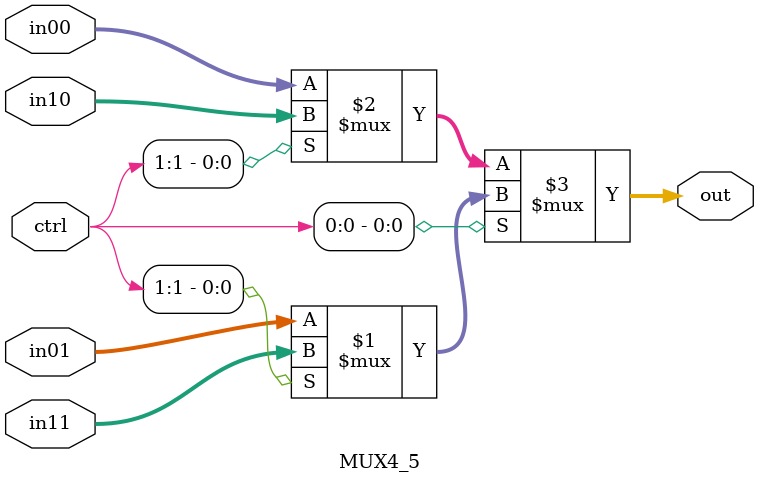
<source format=v>
`timescale 1ns / 1ps
module MUX4_5(
    input [1:0] ctrl,
    input [4:0] in00,
    input [4:0] in01,
    input [4:0] in10,
    input [4:0] in11,
    output [4:0] out
);
    assign out = ctrl[0] ? (ctrl[1] ? in11 : in01) : (ctrl[1] ? in10 : in00);
endmodule
</source>
